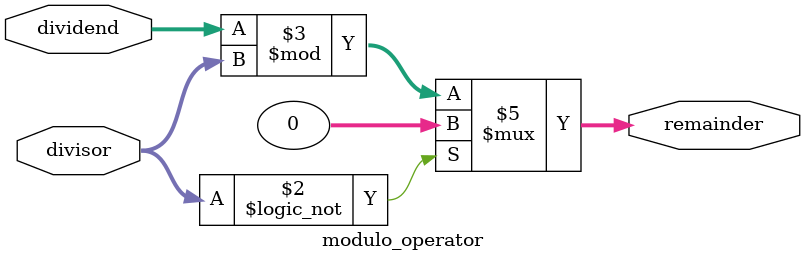
<source format=v>
module modulo_operator (
  input [31:0] dividend,
  input [31:0] divisor,
  output reg [31:0] remainder
);

always @(*) begin
  if (divisor == 0) begin
    remainder = 0;
  end else begin
    remainder = dividend % divisor;
  end
end

endmodule
</source>
